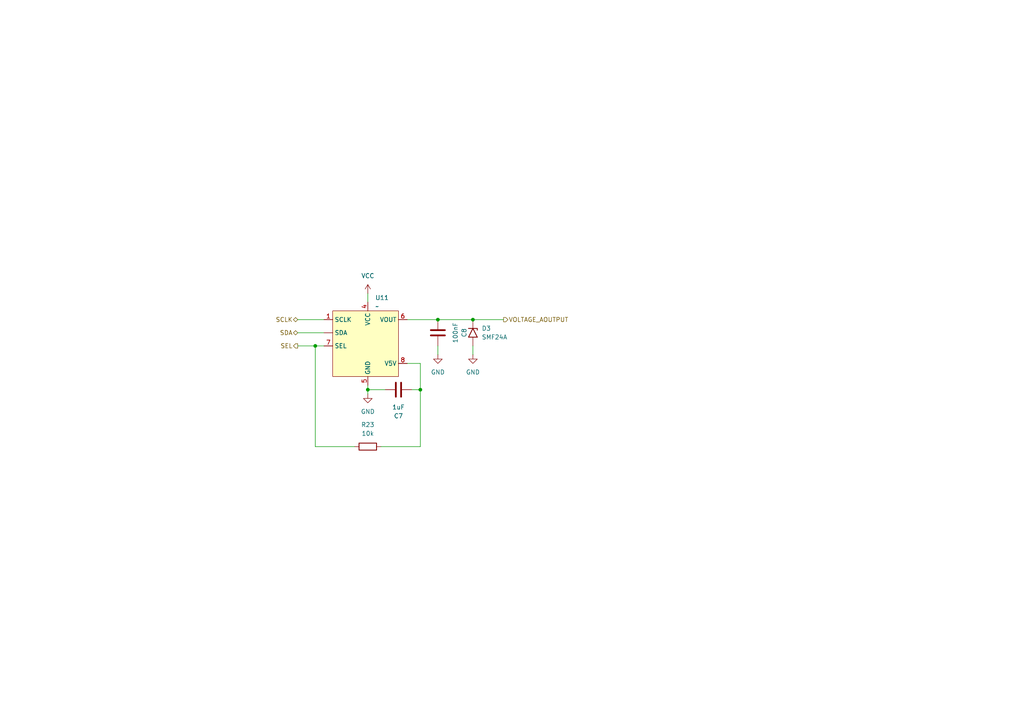
<source format=kicad_sch>
(kicad_sch
	(version 20250114)
	(generator "eeschema")
	(generator_version "9.0")
	(uuid "0bcaadb4-7b99-45cf-8ba8-705eb27bff83")
	(paper "A4")
	(lib_symbols
		(symbol "Device:C"
			(pin_numbers
				(hide yes)
			)
			(pin_names
				(offset 0.254)
			)
			(exclude_from_sim no)
			(in_bom yes)
			(on_board yes)
			(property "Reference" "C"
				(at 0.635 2.54 0)
				(effects
					(font
						(size 1.27 1.27)
					)
					(justify left)
				)
			)
			(property "Value" "C"
				(at 0.635 -2.54 0)
				(effects
					(font
						(size 1.27 1.27)
					)
					(justify left)
				)
			)
			(property "Footprint" ""
				(at 0.9652 -3.81 0)
				(effects
					(font
						(size 1.27 1.27)
					)
					(hide yes)
				)
			)
			(property "Datasheet" "~"
				(at 0 0 0)
				(effects
					(font
						(size 1.27 1.27)
					)
					(hide yes)
				)
			)
			(property "Description" "Unpolarized capacitor"
				(at 0 0 0)
				(effects
					(font
						(size 1.27 1.27)
					)
					(hide yes)
				)
			)
			(property "ki_keywords" "cap capacitor"
				(at 0 0 0)
				(effects
					(font
						(size 1.27 1.27)
					)
					(hide yes)
				)
			)
			(property "ki_fp_filters" "C_*"
				(at 0 0 0)
				(effects
					(font
						(size 1.27 1.27)
					)
					(hide yes)
				)
			)
			(symbol "C_0_1"
				(polyline
					(pts
						(xy -2.032 0.762) (xy 2.032 0.762)
					)
					(stroke
						(width 0.508)
						(type default)
					)
					(fill
						(type none)
					)
				)
				(polyline
					(pts
						(xy -2.032 -0.762) (xy 2.032 -0.762)
					)
					(stroke
						(width 0.508)
						(type default)
					)
					(fill
						(type none)
					)
				)
			)
			(symbol "C_1_1"
				(pin passive line
					(at 0 3.81 270)
					(length 2.794)
					(name "~"
						(effects
							(font
								(size 1.27 1.27)
							)
						)
					)
					(number "1"
						(effects
							(font
								(size 1.27 1.27)
							)
						)
					)
				)
				(pin passive line
					(at 0 -3.81 90)
					(length 2.794)
					(name "~"
						(effects
							(font
								(size 1.27 1.27)
							)
						)
					)
					(number "2"
						(effects
							(font
								(size 1.27 1.27)
							)
						)
					)
				)
			)
			(embedded_fonts no)
		)
		(symbol "Device:R"
			(pin_numbers
				(hide yes)
			)
			(pin_names
				(offset 0)
			)
			(exclude_from_sim no)
			(in_bom yes)
			(on_board yes)
			(property "Reference" "R"
				(at 2.032 0 90)
				(effects
					(font
						(size 1.27 1.27)
					)
				)
			)
			(property "Value" "R"
				(at 0 0 90)
				(effects
					(font
						(size 1.27 1.27)
					)
				)
			)
			(property "Footprint" ""
				(at -1.778 0 90)
				(effects
					(font
						(size 1.27 1.27)
					)
					(hide yes)
				)
			)
			(property "Datasheet" "~"
				(at 0 0 0)
				(effects
					(font
						(size 1.27 1.27)
					)
					(hide yes)
				)
			)
			(property "Description" "Resistor"
				(at 0 0 0)
				(effects
					(font
						(size 1.27 1.27)
					)
					(hide yes)
				)
			)
			(property "ki_keywords" "R res resistor"
				(at 0 0 0)
				(effects
					(font
						(size 1.27 1.27)
					)
					(hide yes)
				)
			)
			(property "ki_fp_filters" "R_*"
				(at 0 0 0)
				(effects
					(font
						(size 1.27 1.27)
					)
					(hide yes)
				)
			)
			(symbol "R_0_1"
				(rectangle
					(start -1.016 -2.54)
					(end 1.016 2.54)
					(stroke
						(width 0.254)
						(type default)
					)
					(fill
						(type none)
					)
				)
			)
			(symbol "R_1_1"
				(pin passive line
					(at 0 3.81 270)
					(length 1.27)
					(name "~"
						(effects
							(font
								(size 1.27 1.27)
							)
						)
					)
					(number "1"
						(effects
							(font
								(size 1.27 1.27)
							)
						)
					)
				)
				(pin passive line
					(at 0 -3.81 90)
					(length 1.27)
					(name "~"
						(effects
							(font
								(size 1.27 1.27)
							)
						)
					)
					(number "2"
						(effects
							(font
								(size 1.27 1.27)
							)
						)
					)
				)
			)
			(embedded_fonts no)
		)
		(symbol "Diode:SMF24A"
			(pin_numbers
				(hide yes)
			)
			(pin_names
				(offset 1.016)
				(hide yes)
			)
			(exclude_from_sim no)
			(in_bom yes)
			(on_board yes)
			(property "Reference" "D"
				(at 0 2.54 0)
				(effects
					(font
						(size 1.27 1.27)
					)
				)
			)
			(property "Value" "SMF24A"
				(at 0 -2.54 0)
				(effects
					(font
						(size 1.27 1.27)
					)
				)
			)
			(property "Footprint" "Diode_SMD:D_SMF"
				(at 0 -5.08 0)
				(effects
					(font
						(size 1.27 1.27)
					)
					(hide yes)
				)
			)
			(property "Datasheet" "https://www.vishay.com/doc?85881"
				(at -1.27 0 0)
				(effects
					(font
						(size 1.27 1.27)
					)
					(hide yes)
				)
			)
			(property "Description" "200W unidirectional Transil Transient Voltage Suppressor, 24Vrwm, SMF"
				(at 0 0 0)
				(effects
					(font
						(size 1.27 1.27)
					)
					(hide yes)
				)
			)
			(property "ki_keywords" "diode TVS voltage suppressor"
				(at 0 0 0)
				(effects
					(font
						(size 1.27 1.27)
					)
					(hide yes)
				)
			)
			(property "ki_fp_filters" "D*SMF*"
				(at 0 0 0)
				(effects
					(font
						(size 1.27 1.27)
					)
					(hide yes)
				)
			)
			(symbol "SMF24A_0_1"
				(polyline
					(pts
						(xy -0.762 1.27) (xy -1.27 1.27) (xy -1.27 -1.27)
					)
					(stroke
						(width 0.254)
						(type default)
					)
					(fill
						(type none)
					)
				)
				(polyline
					(pts
						(xy 1.27 1.27) (xy 1.27 -1.27) (xy -1.27 0) (xy 1.27 1.27)
					)
					(stroke
						(width 0.254)
						(type default)
					)
					(fill
						(type none)
					)
				)
			)
			(symbol "SMF24A_1_1"
				(pin passive line
					(at -3.81 0 0)
					(length 2.54)
					(name "A1"
						(effects
							(font
								(size 1.27 1.27)
							)
						)
					)
					(number "1"
						(effects
							(font
								(size 1.27 1.27)
							)
						)
					)
				)
				(pin passive line
					(at 3.81 0 180)
					(length 2.54)
					(name "A2"
						(effects
							(font
								(size 1.27 1.27)
							)
						)
					)
					(number "2"
						(effects
							(font
								(size 1.27 1.27)
							)
						)
					)
				)
			)
			(embedded_fonts no)
		)
		(symbol "Riqi_Parts:GP8201S"
			(exclude_from_sim no)
			(in_bom yes)
			(on_board yes)
			(property "Reference" "U"
				(at 0 0 0)
				(effects
					(font
						(size 1.27 1.27)
					)
				)
			)
			(property "Value" ""
				(at 0 0 0)
				(effects
					(font
						(size 1.27 1.27)
					)
				)
			)
			(property "Footprint" "Riqi_Parts:eSOP-8"
				(at 0 0 0)
				(effects
					(font
						(size 1.27 1.27)
					)
					(hide yes)
				)
			)
			(property "Datasheet" "https://lcsc.com/datasheet/lcsc_datasheet_2410121507_Guestgood-GP8201S-TC50-EW_C5240058.pdf"
				(at 0 0 0)
				(effects
					(font
						(size 1.27 1.27)
					)
					(hide yes)
				)
			)
			(property "Description" ""
				(at 0 0 0)
				(effects
					(font
						(size 1.27 1.27)
					)
					(hide yes)
				)
			)
			(symbol "GP8201S_1_1"
				(rectangle
					(start -3.81 -1.27)
					(end 15.24 -20.32)
					(stroke
						(width 0)
						(type solid)
					)
					(fill
						(type background)
					)
				)
				(pin passive line
					(at -6.35 -3.81 0)
					(length 2.54)
					(name "SCLK"
						(effects
							(font
								(size 1.27 1.27)
							)
						)
					)
					(number "1"
						(effects
							(font
								(size 1.27 1.27)
							)
						)
					)
				)
				(pin passive line
					(at -6.35 -7.62 0)
					(length 2.54)
					(name "SDA"
						(effects
							(font
								(size 1.27 1.27)
							)
						)
					)
					(number ""
						(effects
							(font
								(size 1.27 1.27)
							)
						)
					)
				)
				(pin passive line
					(at -6.35 -11.43 0)
					(length 2.54)
					(name "SEL"
						(effects
							(font
								(size 1.27 1.27)
							)
						)
					)
					(number "7"
						(effects
							(font
								(size 1.27 1.27)
							)
						)
					)
				)
				(pin passive line
					(at 6.35 1.27 270)
					(length 2.54)
					(name "VCC"
						(effects
							(font
								(size 1.27 1.27)
							)
						)
					)
					(number "4"
						(effects
							(font
								(size 1.27 1.27)
							)
						)
					)
				)
				(pin passive line
					(at 6.35 -22.86 90)
					(length 2.54)
					(name "GND"
						(effects
							(font
								(size 1.27 1.27)
							)
						)
					)
					(number "5"
						(effects
							(font
								(size 1.27 1.27)
							)
						)
					)
				)
				(pin passive line
					(at 17.78 -3.81 180)
					(length 2.54)
					(name "VOUT"
						(effects
							(font
								(size 1.27 1.27)
							)
						)
					)
					(number "6"
						(effects
							(font
								(size 1.27 1.27)
							)
						)
					)
				)
				(pin passive line
					(at 17.78 -16.51 180)
					(length 2.54)
					(name "V5V"
						(effects
							(font
								(size 1.27 1.27)
							)
						)
					)
					(number "8"
						(effects
							(font
								(size 1.27 1.27)
							)
						)
					)
				)
			)
			(embedded_fonts no)
		)
		(symbol "power:GND"
			(power)
			(pin_numbers
				(hide yes)
			)
			(pin_names
				(offset 0)
				(hide yes)
			)
			(exclude_from_sim no)
			(in_bom yes)
			(on_board yes)
			(property "Reference" "#PWR"
				(at 0 -6.35 0)
				(effects
					(font
						(size 1.27 1.27)
					)
					(hide yes)
				)
			)
			(property "Value" "GND"
				(at 0 -3.81 0)
				(effects
					(font
						(size 1.27 1.27)
					)
				)
			)
			(property "Footprint" ""
				(at 0 0 0)
				(effects
					(font
						(size 1.27 1.27)
					)
					(hide yes)
				)
			)
			(property "Datasheet" ""
				(at 0 0 0)
				(effects
					(font
						(size 1.27 1.27)
					)
					(hide yes)
				)
			)
			(property "Description" "Power symbol creates a global label with name \"GND\" , ground"
				(at 0 0 0)
				(effects
					(font
						(size 1.27 1.27)
					)
					(hide yes)
				)
			)
			(property "ki_keywords" "global power"
				(at 0 0 0)
				(effects
					(font
						(size 1.27 1.27)
					)
					(hide yes)
				)
			)
			(symbol "GND_0_1"
				(polyline
					(pts
						(xy 0 0) (xy 0 -1.27) (xy 1.27 -1.27) (xy 0 -2.54) (xy -1.27 -1.27) (xy 0 -1.27)
					)
					(stroke
						(width 0)
						(type default)
					)
					(fill
						(type none)
					)
				)
			)
			(symbol "GND_1_1"
				(pin power_in line
					(at 0 0 270)
					(length 0)
					(name "~"
						(effects
							(font
								(size 1.27 1.27)
							)
						)
					)
					(number "1"
						(effects
							(font
								(size 1.27 1.27)
							)
						)
					)
				)
			)
			(embedded_fonts no)
		)
		(symbol "power:VCC"
			(power)
			(pin_numbers
				(hide yes)
			)
			(pin_names
				(offset 0)
				(hide yes)
			)
			(exclude_from_sim no)
			(in_bom yes)
			(on_board yes)
			(property "Reference" "#PWR"
				(at 0 -3.81 0)
				(effects
					(font
						(size 1.27 1.27)
					)
					(hide yes)
				)
			)
			(property "Value" "VCC"
				(at 0 3.556 0)
				(effects
					(font
						(size 1.27 1.27)
					)
				)
			)
			(property "Footprint" ""
				(at 0 0 0)
				(effects
					(font
						(size 1.27 1.27)
					)
					(hide yes)
				)
			)
			(property "Datasheet" ""
				(at 0 0 0)
				(effects
					(font
						(size 1.27 1.27)
					)
					(hide yes)
				)
			)
			(property "Description" "Power symbol creates a global label with name \"VCC\""
				(at 0 0 0)
				(effects
					(font
						(size 1.27 1.27)
					)
					(hide yes)
				)
			)
			(property "ki_keywords" "global power"
				(at 0 0 0)
				(effects
					(font
						(size 1.27 1.27)
					)
					(hide yes)
				)
			)
			(symbol "VCC_0_1"
				(polyline
					(pts
						(xy -0.762 1.27) (xy 0 2.54)
					)
					(stroke
						(width 0)
						(type default)
					)
					(fill
						(type none)
					)
				)
				(polyline
					(pts
						(xy 0 2.54) (xy 0.762 1.27)
					)
					(stroke
						(width 0)
						(type default)
					)
					(fill
						(type none)
					)
				)
				(polyline
					(pts
						(xy 0 0) (xy 0 2.54)
					)
					(stroke
						(width 0)
						(type default)
					)
					(fill
						(type none)
					)
				)
			)
			(symbol "VCC_1_1"
				(pin power_in line
					(at 0 0 90)
					(length 0)
					(name "~"
						(effects
							(font
								(size 1.27 1.27)
							)
						)
					)
					(number "1"
						(effects
							(font
								(size 1.27 1.27)
							)
						)
					)
				)
			)
			(embedded_fonts no)
		)
	)
	(junction
		(at 121.92 113.03)
		(diameter 0)
		(color 0 0 0 0)
		(uuid "04a3c21a-e4c1-42c4-80c3-00a22acc8bca")
	)
	(junction
		(at 91.44 100.33)
		(diameter 0)
		(color 0 0 0 0)
		(uuid "4f6e9b31-d3ce-41ee-95ed-f6c4e557eee9")
	)
	(junction
		(at 137.16 92.71)
		(diameter 0)
		(color 0 0 0 0)
		(uuid "6a81fc67-e467-4cbf-9666-4225093dc67b")
	)
	(junction
		(at 106.68 113.03)
		(diameter 0)
		(color 0 0 0 0)
		(uuid "cd442c45-d160-4b44-a2ab-31895ab0127c")
	)
	(junction
		(at 127 92.71)
		(diameter 0)
		(color 0 0 0 0)
		(uuid "fac1b807-c548-4013-aef5-c86f75021d19")
	)
	(wire
		(pts
			(xy 106.68 85.09) (xy 106.68 87.63)
		)
		(stroke
			(width 0)
			(type default)
		)
		(uuid "16260803-0238-47ac-a689-a45945c8d742")
	)
	(wire
		(pts
			(xy 106.68 113.03) (xy 111.76 113.03)
		)
		(stroke
			(width 0)
			(type default)
		)
		(uuid "2cd9f44e-3be2-4cbe-87c8-f7b04a4fee06")
	)
	(wire
		(pts
			(xy 110.49 129.54) (xy 121.92 129.54)
		)
		(stroke
			(width 0)
			(type default)
		)
		(uuid "388bccae-8c39-4f99-ad6f-60e9fe846137")
	)
	(wire
		(pts
			(xy 121.92 105.41) (xy 118.11 105.41)
		)
		(stroke
			(width 0)
			(type default)
		)
		(uuid "446ebbb0-f9fc-43b0-8d27-600aedebee76")
	)
	(wire
		(pts
			(xy 86.36 96.52) (xy 93.98 96.52)
		)
		(stroke
			(width 0)
			(type default)
		)
		(uuid "4c8a7352-910d-4cff-9e35-5eed0bce28cf")
	)
	(wire
		(pts
			(xy 127 100.33) (xy 127 102.87)
		)
		(stroke
			(width 0)
			(type default)
		)
		(uuid "628c47bc-8c31-4537-b1b6-c1652f91eb44")
	)
	(wire
		(pts
			(xy 137.16 92.71) (xy 146.05 92.71)
		)
		(stroke
			(width 0)
			(type default)
		)
		(uuid "62db540b-d304-432f-b789-1a61a272c789")
	)
	(wire
		(pts
			(xy 137.16 100.33) (xy 137.16 102.87)
		)
		(stroke
			(width 0)
			(type default)
		)
		(uuid "759bdf77-27ce-4bba-be04-6e0427bdf807")
	)
	(wire
		(pts
			(xy 127 92.71) (xy 137.16 92.71)
		)
		(stroke
			(width 0)
			(type default)
		)
		(uuid "77faa71e-8de2-40d7-87a6-498d6a89eb4c")
	)
	(wire
		(pts
			(xy 106.68 111.76) (xy 106.68 113.03)
		)
		(stroke
			(width 0)
			(type default)
		)
		(uuid "8af72a8e-b898-46d5-b08f-ac9a57c80a36")
	)
	(wire
		(pts
			(xy 118.11 92.71) (xy 127 92.71)
		)
		(stroke
			(width 0)
			(type default)
		)
		(uuid "8c095953-99b6-4a83-a949-86645ce8fb3d")
	)
	(wire
		(pts
			(xy 121.92 113.03) (xy 121.92 105.41)
		)
		(stroke
			(width 0)
			(type default)
		)
		(uuid "948244ab-dfd1-4fa5-97f8-8216886c04f5")
	)
	(wire
		(pts
			(xy 91.44 100.33) (xy 93.98 100.33)
		)
		(stroke
			(width 0)
			(type default)
		)
		(uuid "a6b3ac4f-c006-450f-9de0-15a33b408e24")
	)
	(wire
		(pts
			(xy 91.44 100.33) (xy 91.44 129.54)
		)
		(stroke
			(width 0)
			(type default)
		)
		(uuid "a8a8aa33-5dc0-4078-8b60-b00a45f1ebb2")
	)
	(wire
		(pts
			(xy 86.36 92.71) (xy 93.98 92.71)
		)
		(stroke
			(width 0)
			(type default)
		)
		(uuid "b38d2bc7-c555-422a-971a-4ea82b18d88b")
	)
	(wire
		(pts
			(xy 102.87 129.54) (xy 91.44 129.54)
		)
		(stroke
			(width 0)
			(type default)
		)
		(uuid "c14c94b5-13c7-41d1-8d98-1e36a9a2fa7b")
	)
	(wire
		(pts
			(xy 106.68 113.03) (xy 106.68 114.3)
		)
		(stroke
			(width 0)
			(type default)
		)
		(uuid "e197bfac-529c-4923-9b6e-8e1ff44a3065")
	)
	(wire
		(pts
			(xy 119.38 113.03) (xy 121.92 113.03)
		)
		(stroke
			(width 0)
			(type default)
		)
		(uuid "e2f13478-6489-4333-b3b2-f1ba63cdeba9")
	)
	(wire
		(pts
			(xy 86.36 100.33) (xy 91.44 100.33)
		)
		(stroke
			(width 0)
			(type default)
		)
		(uuid "e8f7896e-a082-4fa1-9435-0957ef7856b8")
	)
	(wire
		(pts
			(xy 121.92 129.54) (xy 121.92 113.03)
		)
		(stroke
			(width 0)
			(type default)
		)
		(uuid "fb819963-b19b-411f-9361-c2dab9f41035")
	)
	(hierarchical_label "SCLK"
		(shape bidirectional)
		(at 86.36 92.71 180)
		(effects
			(font
				(size 1.27 1.27)
			)
			(justify right)
		)
		(uuid "1fb8050a-8bae-4f3a-a9b8-dae595ff43fe")
	)
	(hierarchical_label "SEL"
		(shape output)
		(at 86.36 100.33 180)
		(effects
			(font
				(size 1.27 1.27)
			)
			(justify right)
		)
		(uuid "3fa02107-35c0-4bbe-a335-2ca81d44b78d")
	)
	(hierarchical_label "SDA"
		(shape bidirectional)
		(at 86.36 96.52 180)
		(effects
			(font
				(size 1.27 1.27)
			)
			(justify right)
		)
		(uuid "62ae1af2-9a4a-4196-9cc2-39a56b189f07")
	)
	(hierarchical_label "VOLTAGE_AOUTPUT"
		(shape output)
		(at 146.05 92.71 0)
		(effects
			(font
				(size 1.27 1.27)
			)
			(justify left)
		)
		(uuid "b26e6a44-9a59-429b-9ffa-cb56d0aa3ab7")
	)
	(symbol
		(lib_id "power:GND")
		(at 106.68 114.3 0)
		(unit 1)
		(exclude_from_sim no)
		(in_bom yes)
		(on_board yes)
		(dnp no)
		(fields_autoplaced yes)
		(uuid "0d36b151-1690-4e53-ac0a-4b56dace1e06")
		(property "Reference" "#PWR049"
			(at 106.68 120.65 0)
			(effects
				(font
					(size 1.27 1.27)
				)
				(hide yes)
			)
		)
		(property "Value" "GND"
			(at 106.68 119.38 0)
			(effects
				(font
					(size 1.27 1.27)
				)
			)
		)
		(property "Footprint" ""
			(at 106.68 114.3 0)
			(effects
				(font
					(size 1.27 1.27)
				)
				(hide yes)
			)
		)
		(property "Datasheet" ""
			(at 106.68 114.3 0)
			(effects
				(font
					(size 1.27 1.27)
				)
				(hide yes)
			)
		)
		(property "Description" "Power symbol creates a global label with name \"GND\" , ground"
			(at 106.68 114.3 0)
			(effects
				(font
					(size 1.27 1.27)
				)
				(hide yes)
			)
		)
		(pin "1"
			(uuid "6ae02edb-08f9-405c-a30d-29f52d2ca84d")
		)
		(instances
			(project "NIVARA"
				(path "/8290cc18-06d0-4e02-a781-29a61ebc321a/9e4d7a0c-a5eb-4e88-9036-0c35e68b279a/11a8222e-f360-40de-9c02-857da7131a56"
					(reference "#PWR049")
					(unit 1)
				)
			)
		)
	)
	(symbol
		(lib_id "Riqi_Parts:GP8201S")
		(at 100.33 88.9 0)
		(unit 1)
		(exclude_from_sim no)
		(in_bom yes)
		(on_board yes)
		(dnp no)
		(fields_autoplaced yes)
		(uuid "3083f3de-6405-48c1-bfbc-8eba692dd5b1")
		(property "Reference" "U11"
			(at 108.8233 86.36 0)
			(effects
				(font
					(size 1.27 1.27)
				)
				(justify left)
			)
		)
		(property "Value" "~"
			(at 108.8233 88.9 0)
			(effects
				(font
					(size 1.27 1.27)
				)
				(justify left)
			)
		)
		(property "Footprint" "Riqi_Parts:eSOP-8"
			(at 100.33 88.9 0)
			(effects
				(font
					(size 1.27 1.27)
				)
				(hide yes)
			)
		)
		(property "Datasheet" "https://lcsc.com/datasheet/lcsc_datasheet_2410121507_Guestgood-GP8201S-TC50-EW_C5240058.pdf"
			(at 100.33 88.9 0)
			(effects
				(font
					(size 1.27 1.27)
				)
				(hide yes)
			)
		)
		(property "Description" ""
			(at 100.33 88.9 0)
			(effects
				(font
					(size 1.27 1.27)
				)
				(hide yes)
			)
		)
		(pin "4"
			(uuid "efb988f6-c932-4029-bf9c-8e7ccc9f8df9")
		)
		(pin "1"
			(uuid "e9600d62-9a79-451e-a838-6bfc7b851033")
		)
		(pin "5"
			(uuid "2171b937-6b58-4741-ada7-81d9b943e09e")
		)
		(pin "7"
			(uuid "a05c47a9-a9aa-4793-8a2c-ab43d38c0f5c")
		)
		(pin ""
			(uuid "4e6d7521-c851-4f33-8c82-e2293a2e9d88")
		)
		(pin "8"
			(uuid "9a7ce201-4337-4107-8e0a-a2c66d70e1e3")
		)
		(pin "6"
			(uuid "bdf14164-8516-4c07-8d3e-97d1bf96b75b")
		)
		(instances
			(project "NIVARA"
				(path "/8290cc18-06d0-4e02-a781-29a61ebc321a/9e4d7a0c-a5eb-4e88-9036-0c35e68b279a/11a8222e-f360-40de-9c02-857da7131a56"
					(reference "U11")
					(unit 1)
				)
			)
		)
	)
	(symbol
		(lib_id "power:VCC")
		(at 106.68 85.09 0)
		(unit 1)
		(exclude_from_sim no)
		(in_bom yes)
		(on_board yes)
		(dnp no)
		(fields_autoplaced yes)
		(uuid "32a4f282-1938-49ed-9804-2171ccd66d25")
		(property "Reference" "#PWR048"
			(at 106.68 88.9 0)
			(effects
				(font
					(size 1.27 1.27)
				)
				(hide yes)
			)
		)
		(property "Value" "VCC"
			(at 106.68 80.01 0)
			(effects
				(font
					(size 1.27 1.27)
				)
			)
		)
		(property "Footprint" ""
			(at 106.68 85.09 0)
			(effects
				(font
					(size 1.27 1.27)
				)
				(hide yes)
			)
		)
		(property "Datasheet" ""
			(at 106.68 85.09 0)
			(effects
				(font
					(size 1.27 1.27)
				)
				(hide yes)
			)
		)
		(property "Description" "Power symbol creates a global label with name \"VCC\""
			(at 106.68 85.09 0)
			(effects
				(font
					(size 1.27 1.27)
				)
				(hide yes)
			)
		)
		(pin "1"
			(uuid "8806bf15-8e95-4822-8b3d-92ca2ca38280")
		)
		(instances
			(project "NIVARA"
				(path "/8290cc18-06d0-4e02-a781-29a61ebc321a/9e4d7a0c-a5eb-4e88-9036-0c35e68b279a/11a8222e-f360-40de-9c02-857da7131a56"
					(reference "#PWR048")
					(unit 1)
				)
			)
		)
	)
	(symbol
		(lib_id "power:GND")
		(at 137.16 102.87 0)
		(unit 1)
		(exclude_from_sim no)
		(in_bom yes)
		(on_board yes)
		(dnp no)
		(fields_autoplaced yes)
		(uuid "662b6e9a-245d-4a1f-b92b-f2a9faa0457a")
		(property "Reference" "#PWR046"
			(at 137.16 109.22 0)
			(effects
				(font
					(size 1.27 1.27)
				)
				(hide yes)
			)
		)
		(property "Value" "GND"
			(at 137.16 107.95 0)
			(effects
				(font
					(size 1.27 1.27)
				)
			)
		)
		(property "Footprint" ""
			(at 137.16 102.87 0)
			(effects
				(font
					(size 1.27 1.27)
				)
				(hide yes)
			)
		)
		(property "Datasheet" ""
			(at 137.16 102.87 0)
			(effects
				(font
					(size 1.27 1.27)
				)
				(hide yes)
			)
		)
		(property "Description" "Power symbol creates a global label with name \"GND\" , ground"
			(at 137.16 102.87 0)
			(effects
				(font
					(size 1.27 1.27)
				)
				(hide yes)
			)
		)
		(pin "1"
			(uuid "21e7dea8-dc65-49ba-b955-ef1b8542ed03")
		)
		(instances
			(project "NIVARA"
				(path "/8290cc18-06d0-4e02-a781-29a61ebc321a/9e4d7a0c-a5eb-4e88-9036-0c35e68b279a/11a8222e-f360-40de-9c02-857da7131a56"
					(reference "#PWR046")
					(unit 1)
				)
			)
		)
	)
	(symbol
		(lib_id "Diode:SMF24A")
		(at 137.16 96.52 270)
		(unit 1)
		(exclude_from_sim no)
		(in_bom yes)
		(on_board yes)
		(dnp no)
		(fields_autoplaced yes)
		(uuid "70958a0c-14cd-498d-96c7-6784d8276f5e")
		(property "Reference" "D3"
			(at 139.7 95.2499 90)
			(effects
				(font
					(size 1.27 1.27)
				)
				(justify left)
			)
		)
		(property "Value" "SMF24A"
			(at 139.7 97.7899 90)
			(effects
				(font
					(size 1.27 1.27)
				)
				(justify left)
			)
		)
		(property "Footprint" "Diode_SMD:D_SMF"
			(at 132.08 96.52 0)
			(effects
				(font
					(size 1.27 1.27)
				)
				(hide yes)
			)
		)
		(property "Datasheet" "https://www.vishay.com/doc?85881"
			(at 137.16 95.25 0)
			(effects
				(font
					(size 1.27 1.27)
				)
				(hide yes)
			)
		)
		(property "Description" "200W unidirectional Transil Transient Voltage Suppressor, 24Vrwm, SMF"
			(at 137.16 96.52 0)
			(effects
				(font
					(size 1.27 1.27)
				)
				(hide yes)
			)
		)
		(property "LCSC#" "C7495269"
			(at 137.16 96.52 90)
			(effects
				(font
					(size 1.27 1.27)
				)
				(hide yes)
			)
		)
		(pin "1"
			(uuid "5d6114e7-4d01-46e9-b6f8-13b34735f7d8")
		)
		(pin "2"
			(uuid "20826ab0-bcd0-4e56-a872-7397b8be6b21")
		)
		(instances
			(project "NIVARA"
				(path "/8290cc18-06d0-4e02-a781-29a61ebc321a/9e4d7a0c-a5eb-4e88-9036-0c35e68b279a/11a8222e-f360-40de-9c02-857da7131a56"
					(reference "D3")
					(unit 1)
				)
			)
		)
	)
	(symbol
		(lib_id "Device:C")
		(at 115.57 113.03 90)
		(unit 1)
		(exclude_from_sim no)
		(in_bom yes)
		(on_board yes)
		(dnp no)
		(uuid "b6a894aa-f515-4d38-a765-726d545de0a9")
		(property "Reference" "C7"
			(at 115.57 120.65 90)
			(effects
				(font
					(size 1.27 1.27)
				)
			)
		)
		(property "Value" "1uF"
			(at 115.57 118.11 90)
			(effects
				(font
					(size 1.27 1.27)
				)
			)
		)
		(property "Footprint" ""
			(at 119.38 112.0648 0)
			(effects
				(font
					(size 1.27 1.27)
				)
				(hide yes)
			)
		)
		(property "Datasheet" "~"
			(at 115.57 113.03 0)
			(effects
				(font
					(size 1.27 1.27)
				)
				(hide yes)
			)
		)
		(property "Description" "Unpolarized capacitor"
			(at 115.57 113.03 0)
			(effects
				(font
					(size 1.27 1.27)
				)
				(hide yes)
			)
		)
		(pin "2"
			(uuid "17b6e5d4-8d3f-4e43-a094-12bbba6c2a15")
		)
		(pin "1"
			(uuid "940082d0-31e0-4ec3-920b-9b59a3d1c782")
		)
		(instances
			(project "NIVARA"
				(path "/8290cc18-06d0-4e02-a781-29a61ebc321a/9e4d7a0c-a5eb-4e88-9036-0c35e68b279a/11a8222e-f360-40de-9c02-857da7131a56"
					(reference "C7")
					(unit 1)
				)
			)
		)
	)
	(symbol
		(lib_id "power:GND")
		(at 127 102.87 0)
		(unit 1)
		(exclude_from_sim no)
		(in_bom yes)
		(on_board yes)
		(dnp no)
		(fields_autoplaced yes)
		(uuid "bba1afef-4158-4353-ac2f-1c0cdacfd82d")
		(property "Reference" "#PWR050"
			(at 127 109.22 0)
			(effects
				(font
					(size 1.27 1.27)
				)
				(hide yes)
			)
		)
		(property "Value" "GND"
			(at 127 107.95 0)
			(effects
				(font
					(size 1.27 1.27)
				)
			)
		)
		(property "Footprint" ""
			(at 127 102.87 0)
			(effects
				(font
					(size 1.27 1.27)
				)
				(hide yes)
			)
		)
		(property "Datasheet" ""
			(at 127 102.87 0)
			(effects
				(font
					(size 1.27 1.27)
				)
				(hide yes)
			)
		)
		(property "Description" "Power symbol creates a global label with name \"GND\" , ground"
			(at 127 102.87 0)
			(effects
				(font
					(size 1.27 1.27)
				)
				(hide yes)
			)
		)
		(pin "1"
			(uuid "b2663e65-be23-4ee1-9e9a-073730702b13")
		)
		(instances
			(project "NIVARA"
				(path "/8290cc18-06d0-4e02-a781-29a61ebc321a/9e4d7a0c-a5eb-4e88-9036-0c35e68b279a/11a8222e-f360-40de-9c02-857da7131a56"
					(reference "#PWR050")
					(unit 1)
				)
			)
		)
	)
	(symbol
		(lib_id "Device:C")
		(at 127 96.52 180)
		(unit 1)
		(exclude_from_sim no)
		(in_bom yes)
		(on_board yes)
		(dnp no)
		(uuid "ddb04e3c-561d-41ad-bae2-3a5e343ae6fa")
		(property "Reference" "C8"
			(at 134.62 96.52 90)
			(effects
				(font
					(size 1.27 1.27)
				)
			)
		)
		(property "Value" "100nF"
			(at 132.08 96.52 90)
			(effects
				(font
					(size 1.27 1.27)
				)
			)
		)
		(property "Footprint" ""
			(at 126.0348 92.71 0)
			(effects
				(font
					(size 1.27 1.27)
				)
				(hide yes)
			)
		)
		(property "Datasheet" "~"
			(at 127 96.52 0)
			(effects
				(font
					(size 1.27 1.27)
				)
				(hide yes)
			)
		)
		(property "Description" "Unpolarized capacitor"
			(at 127 96.52 0)
			(effects
				(font
					(size 1.27 1.27)
				)
				(hide yes)
			)
		)
		(pin "2"
			(uuid "6dbcc052-a428-4c49-8a9b-fb49fec7b57e")
		)
		(pin "1"
			(uuid "f868081e-22eb-4a51-8e20-ce2eaeb53f0f")
		)
		(instances
			(project "NIVARA"
				(path "/8290cc18-06d0-4e02-a781-29a61ebc321a/9e4d7a0c-a5eb-4e88-9036-0c35e68b279a/11a8222e-f360-40de-9c02-857da7131a56"
					(reference "C8")
					(unit 1)
				)
			)
		)
	)
	(symbol
		(lib_id "Device:R")
		(at 106.68 129.54 90)
		(unit 1)
		(exclude_from_sim no)
		(in_bom yes)
		(on_board yes)
		(dnp no)
		(fields_autoplaced yes)
		(uuid "e99df2aa-36c8-4e39-9588-0da6881d6d75")
		(property "Reference" "R23"
			(at 106.68 123.19 90)
			(effects
				(font
					(size 1.27 1.27)
				)
			)
		)
		(property "Value" "10k"
			(at 106.68 125.73 90)
			(effects
				(font
					(size 1.27 1.27)
				)
			)
		)
		(property "Footprint" ""
			(at 106.68 131.318 90)
			(effects
				(font
					(size 1.27 1.27)
				)
				(hide yes)
			)
		)
		(property "Datasheet" "~"
			(at 106.68 129.54 0)
			(effects
				(font
					(size 1.27 1.27)
				)
				(hide yes)
			)
		)
		(property "Description" "Resistor"
			(at 106.68 129.54 0)
			(effects
				(font
					(size 1.27 1.27)
				)
				(hide yes)
			)
		)
		(pin "2"
			(uuid "911550a5-5f96-4361-8d42-30a2f1be9463")
		)
		(pin "1"
			(uuid "5868d3d0-367d-4779-832e-8e43f8ecca3f")
		)
		(instances
			(project "NIVARA"
				(path "/8290cc18-06d0-4e02-a781-29a61ebc321a/9e4d7a0c-a5eb-4e88-9036-0c35e68b279a/11a8222e-f360-40de-9c02-857da7131a56"
					(reference "R23")
					(unit 1)
				)
			)
		)
	)
)

</source>
